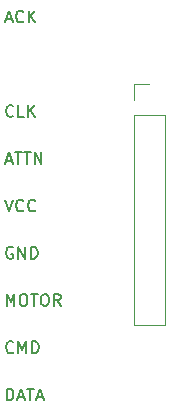
<source format=gbr>
G04 #@! TF.GenerationSoftware,KiCad,Pcbnew,8.0.3*
G04 #@! TF.CreationDate,2024-06-28T16:30:34+02:00*
G04 #@! TF.ProjectId,Playstation 2 breakout,506c6179-7374-4617-9469-6f6e20322062,rev?*
G04 #@! TF.SameCoordinates,Original*
G04 #@! TF.FileFunction,Legend,Top*
G04 #@! TF.FilePolarity,Positive*
%FSLAX46Y46*%
G04 Gerber Fmt 4.6, Leading zero omitted, Abs format (unit mm)*
G04 Created by KiCad (PCBNEW 8.0.3) date 2024-06-28 16:30:34*
%MOMM*%
%LPD*%
G01*
G04 APERTURE LIST*
%ADD10C,0.150000*%
%ADD11C,0.120000*%
G04 APERTURE END LIST*
D10*
X176425279Y-85281319D02*
X176425279Y-84281319D01*
X176425279Y-84281319D02*
X176758612Y-84995604D01*
X176758612Y-84995604D02*
X177091945Y-84281319D01*
X177091945Y-84281319D02*
X177091945Y-85281319D01*
X177758612Y-84281319D02*
X177949088Y-84281319D01*
X177949088Y-84281319D02*
X178044326Y-84328938D01*
X178044326Y-84328938D02*
X178139564Y-84424176D01*
X178139564Y-84424176D02*
X178187183Y-84614652D01*
X178187183Y-84614652D02*
X178187183Y-84947985D01*
X178187183Y-84947985D02*
X178139564Y-85138461D01*
X178139564Y-85138461D02*
X178044326Y-85233700D01*
X178044326Y-85233700D02*
X177949088Y-85281319D01*
X177949088Y-85281319D02*
X177758612Y-85281319D01*
X177758612Y-85281319D02*
X177663374Y-85233700D01*
X177663374Y-85233700D02*
X177568136Y-85138461D01*
X177568136Y-85138461D02*
X177520517Y-84947985D01*
X177520517Y-84947985D02*
X177520517Y-84614652D01*
X177520517Y-84614652D02*
X177568136Y-84424176D01*
X177568136Y-84424176D02*
X177663374Y-84328938D01*
X177663374Y-84328938D02*
X177758612Y-84281319D01*
X178472898Y-84281319D02*
X179044326Y-84281319D01*
X178758612Y-85281319D02*
X178758612Y-84281319D01*
X179568136Y-84281319D02*
X179758612Y-84281319D01*
X179758612Y-84281319D02*
X179853850Y-84328938D01*
X179853850Y-84328938D02*
X179949088Y-84424176D01*
X179949088Y-84424176D02*
X179996707Y-84614652D01*
X179996707Y-84614652D02*
X179996707Y-84947985D01*
X179996707Y-84947985D02*
X179949088Y-85138461D01*
X179949088Y-85138461D02*
X179853850Y-85233700D01*
X179853850Y-85233700D02*
X179758612Y-85281319D01*
X179758612Y-85281319D02*
X179568136Y-85281319D01*
X179568136Y-85281319D02*
X179472898Y-85233700D01*
X179472898Y-85233700D02*
X179377660Y-85138461D01*
X179377660Y-85138461D02*
X179330041Y-84947985D01*
X179330041Y-84947985D02*
X179330041Y-84614652D01*
X179330041Y-84614652D02*
X179377660Y-84424176D01*
X179377660Y-84424176D02*
X179472898Y-84328938D01*
X179472898Y-84328938D02*
X179568136Y-84281319D01*
X180996707Y-85281319D02*
X180663374Y-84805128D01*
X180425279Y-85281319D02*
X180425279Y-84281319D01*
X180425279Y-84281319D02*
X180806231Y-84281319D01*
X180806231Y-84281319D02*
X180901469Y-84328938D01*
X180901469Y-84328938D02*
X180949088Y-84376557D01*
X180949088Y-84376557D02*
X180996707Y-84471795D01*
X180996707Y-84471795D02*
X180996707Y-84614652D01*
X180996707Y-84614652D02*
X180949088Y-84709890D01*
X180949088Y-84709890D02*
X180901469Y-84757509D01*
X180901469Y-84757509D02*
X180806231Y-84805128D01*
X180806231Y-84805128D02*
X180425279Y-84805128D01*
X176996707Y-69186080D02*
X176949088Y-69233700D01*
X176949088Y-69233700D02*
X176806231Y-69281319D01*
X176806231Y-69281319D02*
X176710993Y-69281319D01*
X176710993Y-69281319D02*
X176568136Y-69233700D01*
X176568136Y-69233700D02*
X176472898Y-69138461D01*
X176472898Y-69138461D02*
X176425279Y-69043223D01*
X176425279Y-69043223D02*
X176377660Y-68852747D01*
X176377660Y-68852747D02*
X176377660Y-68709890D01*
X176377660Y-68709890D02*
X176425279Y-68519414D01*
X176425279Y-68519414D02*
X176472898Y-68424176D01*
X176472898Y-68424176D02*
X176568136Y-68328938D01*
X176568136Y-68328938D02*
X176710993Y-68281319D01*
X176710993Y-68281319D02*
X176806231Y-68281319D01*
X176806231Y-68281319D02*
X176949088Y-68328938D01*
X176949088Y-68328938D02*
X176996707Y-68376557D01*
X177901469Y-69281319D02*
X177425279Y-69281319D01*
X177425279Y-69281319D02*
X177425279Y-68281319D01*
X178234803Y-69281319D02*
X178234803Y-68281319D01*
X178806231Y-69281319D02*
X178377660Y-68709890D01*
X178806231Y-68281319D02*
X178234803Y-68852747D01*
X176425279Y-93281319D02*
X176425279Y-92281319D01*
X176425279Y-92281319D02*
X176663374Y-92281319D01*
X176663374Y-92281319D02*
X176806231Y-92328938D01*
X176806231Y-92328938D02*
X176901469Y-92424176D01*
X176901469Y-92424176D02*
X176949088Y-92519414D01*
X176949088Y-92519414D02*
X176996707Y-92709890D01*
X176996707Y-92709890D02*
X176996707Y-92852747D01*
X176996707Y-92852747D02*
X176949088Y-93043223D01*
X176949088Y-93043223D02*
X176901469Y-93138461D01*
X176901469Y-93138461D02*
X176806231Y-93233700D01*
X176806231Y-93233700D02*
X176663374Y-93281319D01*
X176663374Y-93281319D02*
X176425279Y-93281319D01*
X177377660Y-92995604D02*
X177853850Y-92995604D01*
X177282422Y-93281319D02*
X177615755Y-92281319D01*
X177615755Y-92281319D02*
X177949088Y-93281319D01*
X178139565Y-92281319D02*
X178710993Y-92281319D01*
X178425279Y-93281319D02*
X178425279Y-92281319D01*
X178996708Y-92995604D02*
X179472898Y-92995604D01*
X178901470Y-93281319D02*
X179234803Y-92281319D01*
X179234803Y-92281319D02*
X179568136Y-93281319D01*
X176377660Y-72995604D02*
X176853850Y-72995604D01*
X176282422Y-73281319D02*
X176615755Y-72281319D01*
X176615755Y-72281319D02*
X176949088Y-73281319D01*
X177139565Y-72281319D02*
X177710993Y-72281319D01*
X177425279Y-73281319D02*
X177425279Y-72281319D01*
X177901470Y-72281319D02*
X178472898Y-72281319D01*
X178187184Y-73281319D02*
X178187184Y-72281319D01*
X178806232Y-73281319D02*
X178806232Y-72281319D01*
X178806232Y-72281319D02*
X179377660Y-73281319D01*
X179377660Y-73281319D02*
X179377660Y-72281319D01*
X176949088Y-80328938D02*
X176853850Y-80281319D01*
X176853850Y-80281319D02*
X176710993Y-80281319D01*
X176710993Y-80281319D02*
X176568136Y-80328938D01*
X176568136Y-80328938D02*
X176472898Y-80424176D01*
X176472898Y-80424176D02*
X176425279Y-80519414D01*
X176425279Y-80519414D02*
X176377660Y-80709890D01*
X176377660Y-80709890D02*
X176377660Y-80852747D01*
X176377660Y-80852747D02*
X176425279Y-81043223D01*
X176425279Y-81043223D02*
X176472898Y-81138461D01*
X176472898Y-81138461D02*
X176568136Y-81233700D01*
X176568136Y-81233700D02*
X176710993Y-81281319D01*
X176710993Y-81281319D02*
X176806231Y-81281319D01*
X176806231Y-81281319D02*
X176949088Y-81233700D01*
X176949088Y-81233700D02*
X176996707Y-81186080D01*
X176996707Y-81186080D02*
X176996707Y-80852747D01*
X176996707Y-80852747D02*
X176806231Y-80852747D01*
X177425279Y-81281319D02*
X177425279Y-80281319D01*
X177425279Y-80281319D02*
X177996707Y-81281319D01*
X177996707Y-81281319D02*
X177996707Y-80281319D01*
X178472898Y-81281319D02*
X178472898Y-80281319D01*
X178472898Y-80281319D02*
X178710993Y-80281319D01*
X178710993Y-80281319D02*
X178853850Y-80328938D01*
X178853850Y-80328938D02*
X178949088Y-80424176D01*
X178949088Y-80424176D02*
X178996707Y-80519414D01*
X178996707Y-80519414D02*
X179044326Y-80709890D01*
X179044326Y-80709890D02*
X179044326Y-80852747D01*
X179044326Y-80852747D02*
X178996707Y-81043223D01*
X178996707Y-81043223D02*
X178949088Y-81138461D01*
X178949088Y-81138461D02*
X178853850Y-81233700D01*
X178853850Y-81233700D02*
X178710993Y-81281319D01*
X178710993Y-81281319D02*
X178472898Y-81281319D01*
X176282422Y-76281319D02*
X176615755Y-77281319D01*
X176615755Y-77281319D02*
X176949088Y-76281319D01*
X177853850Y-77186080D02*
X177806231Y-77233700D01*
X177806231Y-77233700D02*
X177663374Y-77281319D01*
X177663374Y-77281319D02*
X177568136Y-77281319D01*
X177568136Y-77281319D02*
X177425279Y-77233700D01*
X177425279Y-77233700D02*
X177330041Y-77138461D01*
X177330041Y-77138461D02*
X177282422Y-77043223D01*
X177282422Y-77043223D02*
X177234803Y-76852747D01*
X177234803Y-76852747D02*
X177234803Y-76709890D01*
X177234803Y-76709890D02*
X177282422Y-76519414D01*
X177282422Y-76519414D02*
X177330041Y-76424176D01*
X177330041Y-76424176D02*
X177425279Y-76328938D01*
X177425279Y-76328938D02*
X177568136Y-76281319D01*
X177568136Y-76281319D02*
X177663374Y-76281319D01*
X177663374Y-76281319D02*
X177806231Y-76328938D01*
X177806231Y-76328938D02*
X177853850Y-76376557D01*
X178853850Y-77186080D02*
X178806231Y-77233700D01*
X178806231Y-77233700D02*
X178663374Y-77281319D01*
X178663374Y-77281319D02*
X178568136Y-77281319D01*
X178568136Y-77281319D02*
X178425279Y-77233700D01*
X178425279Y-77233700D02*
X178330041Y-77138461D01*
X178330041Y-77138461D02*
X178282422Y-77043223D01*
X178282422Y-77043223D02*
X178234803Y-76852747D01*
X178234803Y-76852747D02*
X178234803Y-76709890D01*
X178234803Y-76709890D02*
X178282422Y-76519414D01*
X178282422Y-76519414D02*
X178330041Y-76424176D01*
X178330041Y-76424176D02*
X178425279Y-76328938D01*
X178425279Y-76328938D02*
X178568136Y-76281319D01*
X178568136Y-76281319D02*
X178663374Y-76281319D01*
X178663374Y-76281319D02*
X178806231Y-76328938D01*
X178806231Y-76328938D02*
X178853850Y-76376557D01*
X176996707Y-89186080D02*
X176949088Y-89233700D01*
X176949088Y-89233700D02*
X176806231Y-89281319D01*
X176806231Y-89281319D02*
X176710993Y-89281319D01*
X176710993Y-89281319D02*
X176568136Y-89233700D01*
X176568136Y-89233700D02*
X176472898Y-89138461D01*
X176472898Y-89138461D02*
X176425279Y-89043223D01*
X176425279Y-89043223D02*
X176377660Y-88852747D01*
X176377660Y-88852747D02*
X176377660Y-88709890D01*
X176377660Y-88709890D02*
X176425279Y-88519414D01*
X176425279Y-88519414D02*
X176472898Y-88424176D01*
X176472898Y-88424176D02*
X176568136Y-88328938D01*
X176568136Y-88328938D02*
X176710993Y-88281319D01*
X176710993Y-88281319D02*
X176806231Y-88281319D01*
X176806231Y-88281319D02*
X176949088Y-88328938D01*
X176949088Y-88328938D02*
X176996707Y-88376557D01*
X177425279Y-89281319D02*
X177425279Y-88281319D01*
X177425279Y-88281319D02*
X177758612Y-88995604D01*
X177758612Y-88995604D02*
X178091945Y-88281319D01*
X178091945Y-88281319D02*
X178091945Y-89281319D01*
X178568136Y-89281319D02*
X178568136Y-88281319D01*
X178568136Y-88281319D02*
X178806231Y-88281319D01*
X178806231Y-88281319D02*
X178949088Y-88328938D01*
X178949088Y-88328938D02*
X179044326Y-88424176D01*
X179044326Y-88424176D02*
X179091945Y-88519414D01*
X179091945Y-88519414D02*
X179139564Y-88709890D01*
X179139564Y-88709890D02*
X179139564Y-88852747D01*
X179139564Y-88852747D02*
X179091945Y-89043223D01*
X179091945Y-89043223D02*
X179044326Y-89138461D01*
X179044326Y-89138461D02*
X178949088Y-89233700D01*
X178949088Y-89233700D02*
X178806231Y-89281319D01*
X178806231Y-89281319D02*
X178568136Y-89281319D01*
X176377660Y-60995604D02*
X176853850Y-60995604D01*
X176282422Y-61281319D02*
X176615755Y-60281319D01*
X176615755Y-60281319D02*
X176949088Y-61281319D01*
X177853850Y-61186080D02*
X177806231Y-61233700D01*
X177806231Y-61233700D02*
X177663374Y-61281319D01*
X177663374Y-61281319D02*
X177568136Y-61281319D01*
X177568136Y-61281319D02*
X177425279Y-61233700D01*
X177425279Y-61233700D02*
X177330041Y-61138461D01*
X177330041Y-61138461D02*
X177282422Y-61043223D01*
X177282422Y-61043223D02*
X177234803Y-60852747D01*
X177234803Y-60852747D02*
X177234803Y-60709890D01*
X177234803Y-60709890D02*
X177282422Y-60519414D01*
X177282422Y-60519414D02*
X177330041Y-60424176D01*
X177330041Y-60424176D02*
X177425279Y-60328938D01*
X177425279Y-60328938D02*
X177568136Y-60281319D01*
X177568136Y-60281319D02*
X177663374Y-60281319D01*
X177663374Y-60281319D02*
X177806231Y-60328938D01*
X177806231Y-60328938D02*
X177853850Y-60376557D01*
X178282422Y-61281319D02*
X178282422Y-60281319D01*
X178853850Y-61281319D02*
X178425279Y-60709890D01*
X178853850Y-60281319D02*
X178282422Y-60852747D01*
D11*
X187186500Y-66503000D02*
X188516500Y-66503000D01*
X187186500Y-67833000D02*
X187186500Y-66503000D01*
X187186500Y-69103000D02*
X187186500Y-86943000D01*
X187186500Y-69103000D02*
X189846500Y-69103000D01*
X187186500Y-86943000D02*
X189846500Y-86943000D01*
X189846500Y-69103000D02*
X189846500Y-86943000D01*
M02*

</source>
